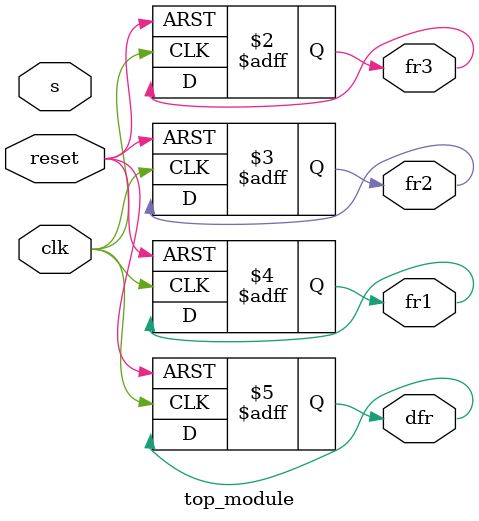
<source format=sv>
module top_module (
	input clk,
	input reset,
	input [3:1] s,
	output reg fr3,
	output reg fr2,
	output reg fr1,
	output reg dfr
);
	// Make sure all outputs are initialized
	always @(posedge clk or posedge reset) begin
		if (reset) begin
			fr3 <= 1'b1;
			fr2 <= 1'b1;
			fr1 <= 1'b1;
			dfr <= 1'b1;
		end else begin
			// TODO: Add state machine logic here
		end
	end
endmodule

</source>
